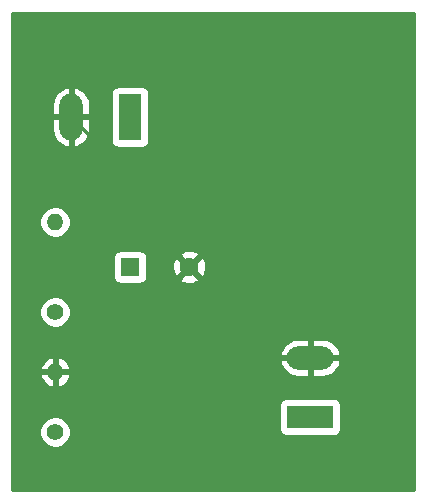
<source format=gbl>
G04 #@! TF.GenerationSoftware,KiCad,Pcbnew,(5.1.9)-1*
G04 #@! TF.CreationDate,2021-05-12T12:10:18-07:00*
G04 #@! TF.ProjectId,Senior Project - Second Board,53656e69-6f72-4205-9072-6f6a65637420,rev?*
G04 #@! TF.SameCoordinates,Original*
G04 #@! TF.FileFunction,Copper,L2,Bot*
G04 #@! TF.FilePolarity,Positive*
%FSLAX46Y46*%
G04 Gerber Fmt 4.6, Leading zero omitted, Abs format (unit mm)*
G04 Created by KiCad (PCBNEW (5.1.9)-1) date 2021-05-12 12:10:18*
%MOMM*%
%LPD*%
G01*
G04 APERTURE LIST*
G04 #@! TA.AperFunction,ComponentPad*
%ADD10R,1.600000X1.600000*%
G04 #@! TD*
G04 #@! TA.AperFunction,ComponentPad*
%ADD11C,1.600000*%
G04 #@! TD*
G04 #@! TA.AperFunction,ComponentPad*
%ADD12R,3.960000X1.980000*%
G04 #@! TD*
G04 #@! TA.AperFunction,ComponentPad*
%ADD13O,3.960000X1.980000*%
G04 #@! TD*
G04 #@! TA.AperFunction,ComponentPad*
%ADD14O,1.980000X3.960000*%
G04 #@! TD*
G04 #@! TA.AperFunction,ComponentPad*
%ADD15R,1.980000X3.960000*%
G04 #@! TD*
G04 #@! TA.AperFunction,ComponentPad*
%ADD16C,1.400000*%
G04 #@! TD*
G04 #@! TA.AperFunction,ComponentPad*
%ADD17O,1.400000X1.400000*%
G04 #@! TD*
G04 #@! TA.AperFunction,ViaPad*
%ADD18C,0.800000*%
G04 #@! TD*
G04 #@! TA.AperFunction,Conductor*
%ADD19C,0.250000*%
G04 #@! TD*
G04 #@! TA.AperFunction,Conductor*
%ADD20C,0.254000*%
G04 #@! TD*
G04 #@! TA.AperFunction,Conductor*
%ADD21C,0.100000*%
G04 #@! TD*
G04 APERTURE END LIST*
D10*
X134620000Y-95250000D03*
D11*
X139620000Y-95250000D03*
D12*
X149860000Y-107950000D03*
D13*
X149860000Y-102950000D03*
D14*
X129620000Y-82550000D03*
D15*
X134620000Y-82550000D03*
D16*
X128270000Y-99060000D03*
D17*
X128270000Y-91440000D03*
D16*
X128270000Y-109220000D03*
D17*
X128270000Y-104140000D03*
D18*
X134620000Y-90170000D03*
D19*
X134620000Y-87550000D02*
X129620000Y-82550000D01*
X134620000Y-90170000D02*
X134620000Y-87550000D01*
D20*
X158623000Y-114173000D02*
X124587000Y-114173000D01*
X124587000Y-109088514D01*
X126935000Y-109088514D01*
X126935000Y-109351486D01*
X126986304Y-109609405D01*
X127086939Y-109852359D01*
X127233038Y-110071013D01*
X127418987Y-110256962D01*
X127637641Y-110403061D01*
X127880595Y-110503696D01*
X128138514Y-110555000D01*
X128401486Y-110555000D01*
X128659405Y-110503696D01*
X128902359Y-110403061D01*
X129121013Y-110256962D01*
X129306962Y-110071013D01*
X129453061Y-109852359D01*
X129553696Y-109609405D01*
X129605000Y-109351486D01*
X129605000Y-109088514D01*
X129553696Y-108830595D01*
X129453061Y-108587641D01*
X129306962Y-108368987D01*
X129121013Y-108183038D01*
X128902359Y-108036939D01*
X128659405Y-107936304D01*
X128401486Y-107885000D01*
X128138514Y-107885000D01*
X127880595Y-107936304D01*
X127637641Y-108036939D01*
X127418987Y-108183038D01*
X127233038Y-108368987D01*
X127086939Y-108587641D01*
X126986304Y-108830595D01*
X126935000Y-109088514D01*
X124587000Y-109088514D01*
X124587000Y-106960000D01*
X147241928Y-106960000D01*
X147241928Y-108940000D01*
X147254188Y-109064482D01*
X147290498Y-109184180D01*
X147349463Y-109294494D01*
X147428815Y-109391185D01*
X147525506Y-109470537D01*
X147635820Y-109529502D01*
X147755518Y-109565812D01*
X147880000Y-109578072D01*
X151840000Y-109578072D01*
X151964482Y-109565812D01*
X152084180Y-109529502D01*
X152194494Y-109470537D01*
X152291185Y-109391185D01*
X152370537Y-109294494D01*
X152429502Y-109184180D01*
X152465812Y-109064482D01*
X152478072Y-108940000D01*
X152478072Y-106960000D01*
X152465812Y-106835518D01*
X152429502Y-106715820D01*
X152370537Y-106605506D01*
X152291185Y-106508815D01*
X152194494Y-106429463D01*
X152084180Y-106370498D01*
X151964482Y-106334188D01*
X151840000Y-106321928D01*
X147880000Y-106321928D01*
X147755518Y-106334188D01*
X147635820Y-106370498D01*
X147525506Y-106429463D01*
X147428815Y-106508815D01*
X147349463Y-106605506D01*
X147290498Y-106715820D01*
X147254188Y-106835518D01*
X147241928Y-106960000D01*
X124587000Y-106960000D01*
X124587000Y-104473330D01*
X126977278Y-104473330D01*
X127067147Y-104719123D01*
X127203241Y-104942660D01*
X127380330Y-105135351D01*
X127591608Y-105289792D01*
X127828956Y-105400047D01*
X127936671Y-105432716D01*
X128143000Y-105309374D01*
X128143000Y-104267000D01*
X128397000Y-104267000D01*
X128397000Y-105309374D01*
X128603329Y-105432716D01*
X128711044Y-105400047D01*
X128948392Y-105289792D01*
X129159670Y-105135351D01*
X129336759Y-104942660D01*
X129472853Y-104719123D01*
X129562722Y-104473330D01*
X129440201Y-104267000D01*
X128397000Y-104267000D01*
X128143000Y-104267000D01*
X127099799Y-104267000D01*
X126977278Y-104473330D01*
X124587000Y-104473330D01*
X124587000Y-103806670D01*
X126977278Y-103806670D01*
X127099799Y-104013000D01*
X128143000Y-104013000D01*
X128143000Y-102970626D01*
X128397000Y-102970626D01*
X128397000Y-104013000D01*
X129440201Y-104013000D01*
X129562722Y-103806670D01*
X129472853Y-103560877D01*
X129336759Y-103337340D01*
X129328971Y-103328865D01*
X147289782Y-103328865D01*
X147320095Y-103454528D01*
X147448304Y-103747205D01*
X147631148Y-104009246D01*
X147861601Y-104230581D01*
X148130806Y-104402704D01*
X148428418Y-104519000D01*
X148743000Y-104575000D01*
X149733000Y-104575000D01*
X149733000Y-103077000D01*
X149987000Y-103077000D01*
X149987000Y-104575000D01*
X150977000Y-104575000D01*
X151291582Y-104519000D01*
X151589194Y-104402704D01*
X151858399Y-104230581D01*
X152088852Y-104009246D01*
X152271696Y-103747205D01*
X152399905Y-103454528D01*
X152430218Y-103328865D01*
X152310740Y-103077000D01*
X149987000Y-103077000D01*
X149733000Y-103077000D01*
X147409260Y-103077000D01*
X147289782Y-103328865D01*
X129328971Y-103328865D01*
X129159670Y-103144649D01*
X128948392Y-102990208D01*
X128711044Y-102879953D01*
X128603329Y-102847284D01*
X128397000Y-102970626D01*
X128143000Y-102970626D01*
X127936671Y-102847284D01*
X127828956Y-102879953D01*
X127591608Y-102990208D01*
X127380330Y-103144649D01*
X127203241Y-103337340D01*
X127067147Y-103560877D01*
X126977278Y-103806670D01*
X124587000Y-103806670D01*
X124587000Y-102571135D01*
X147289782Y-102571135D01*
X147409260Y-102823000D01*
X149733000Y-102823000D01*
X149733000Y-101325000D01*
X149987000Y-101325000D01*
X149987000Y-102823000D01*
X152310740Y-102823000D01*
X152430218Y-102571135D01*
X152399905Y-102445472D01*
X152271696Y-102152795D01*
X152088852Y-101890754D01*
X151858399Y-101669419D01*
X151589194Y-101497296D01*
X151291582Y-101381000D01*
X150977000Y-101325000D01*
X149987000Y-101325000D01*
X149733000Y-101325000D01*
X148743000Y-101325000D01*
X148428418Y-101381000D01*
X148130806Y-101497296D01*
X147861601Y-101669419D01*
X147631148Y-101890754D01*
X147448304Y-102152795D01*
X147320095Y-102445472D01*
X147289782Y-102571135D01*
X124587000Y-102571135D01*
X124587000Y-98928514D01*
X126935000Y-98928514D01*
X126935000Y-99191486D01*
X126986304Y-99449405D01*
X127086939Y-99692359D01*
X127233038Y-99911013D01*
X127418987Y-100096962D01*
X127637641Y-100243061D01*
X127880595Y-100343696D01*
X128138514Y-100395000D01*
X128401486Y-100395000D01*
X128659405Y-100343696D01*
X128902359Y-100243061D01*
X129121013Y-100096962D01*
X129306962Y-99911013D01*
X129453061Y-99692359D01*
X129553696Y-99449405D01*
X129605000Y-99191486D01*
X129605000Y-98928514D01*
X129553696Y-98670595D01*
X129453061Y-98427641D01*
X129306962Y-98208987D01*
X129121013Y-98023038D01*
X128902359Y-97876939D01*
X128659405Y-97776304D01*
X128401486Y-97725000D01*
X128138514Y-97725000D01*
X127880595Y-97776304D01*
X127637641Y-97876939D01*
X127418987Y-98023038D01*
X127233038Y-98208987D01*
X127086939Y-98427641D01*
X126986304Y-98670595D01*
X126935000Y-98928514D01*
X124587000Y-98928514D01*
X124587000Y-94450000D01*
X133181928Y-94450000D01*
X133181928Y-96050000D01*
X133194188Y-96174482D01*
X133230498Y-96294180D01*
X133289463Y-96404494D01*
X133368815Y-96501185D01*
X133465506Y-96580537D01*
X133575820Y-96639502D01*
X133695518Y-96675812D01*
X133820000Y-96688072D01*
X135420000Y-96688072D01*
X135544482Y-96675812D01*
X135664180Y-96639502D01*
X135774494Y-96580537D01*
X135871185Y-96501185D01*
X135950537Y-96404494D01*
X136009502Y-96294180D01*
X136025117Y-96242702D01*
X138806903Y-96242702D01*
X138878486Y-96486671D01*
X139133996Y-96607571D01*
X139408184Y-96676300D01*
X139690512Y-96690217D01*
X139970130Y-96648787D01*
X140236292Y-96553603D01*
X140361514Y-96486671D01*
X140433097Y-96242702D01*
X139620000Y-95429605D01*
X138806903Y-96242702D01*
X136025117Y-96242702D01*
X136045812Y-96174482D01*
X136058072Y-96050000D01*
X136058072Y-95320512D01*
X138179783Y-95320512D01*
X138221213Y-95600130D01*
X138316397Y-95866292D01*
X138383329Y-95991514D01*
X138627298Y-96063097D01*
X139440395Y-95250000D01*
X139799605Y-95250000D01*
X140612702Y-96063097D01*
X140856671Y-95991514D01*
X140977571Y-95736004D01*
X141046300Y-95461816D01*
X141060217Y-95179488D01*
X141018787Y-94899870D01*
X140923603Y-94633708D01*
X140856671Y-94508486D01*
X140612702Y-94436903D01*
X139799605Y-95250000D01*
X139440395Y-95250000D01*
X138627298Y-94436903D01*
X138383329Y-94508486D01*
X138262429Y-94763996D01*
X138193700Y-95038184D01*
X138179783Y-95320512D01*
X136058072Y-95320512D01*
X136058072Y-94450000D01*
X136045812Y-94325518D01*
X136025118Y-94257298D01*
X138806903Y-94257298D01*
X139620000Y-95070395D01*
X140433097Y-94257298D01*
X140361514Y-94013329D01*
X140106004Y-93892429D01*
X139831816Y-93823700D01*
X139549488Y-93809783D01*
X139269870Y-93851213D01*
X139003708Y-93946397D01*
X138878486Y-94013329D01*
X138806903Y-94257298D01*
X136025118Y-94257298D01*
X136009502Y-94205820D01*
X135950537Y-94095506D01*
X135871185Y-93998815D01*
X135774494Y-93919463D01*
X135664180Y-93860498D01*
X135544482Y-93824188D01*
X135420000Y-93811928D01*
X133820000Y-93811928D01*
X133695518Y-93824188D01*
X133575820Y-93860498D01*
X133465506Y-93919463D01*
X133368815Y-93998815D01*
X133289463Y-94095506D01*
X133230498Y-94205820D01*
X133194188Y-94325518D01*
X133181928Y-94450000D01*
X124587000Y-94450000D01*
X124587000Y-91308514D01*
X126935000Y-91308514D01*
X126935000Y-91571486D01*
X126986304Y-91829405D01*
X127086939Y-92072359D01*
X127233038Y-92291013D01*
X127418987Y-92476962D01*
X127637641Y-92623061D01*
X127880595Y-92723696D01*
X128138514Y-92775000D01*
X128401486Y-92775000D01*
X128659405Y-92723696D01*
X128902359Y-92623061D01*
X129121013Y-92476962D01*
X129306962Y-92291013D01*
X129453061Y-92072359D01*
X129553696Y-91829405D01*
X129605000Y-91571486D01*
X129605000Y-91308514D01*
X129553696Y-91050595D01*
X129453061Y-90807641D01*
X129306962Y-90588987D01*
X129121013Y-90403038D01*
X128902359Y-90256939D01*
X128659405Y-90156304D01*
X128401486Y-90105000D01*
X128138514Y-90105000D01*
X127880595Y-90156304D01*
X127637641Y-90256939D01*
X127418987Y-90403038D01*
X127233038Y-90588987D01*
X127086939Y-90807641D01*
X126986304Y-91050595D01*
X126935000Y-91308514D01*
X124587000Y-91308514D01*
X124587000Y-82677000D01*
X127995000Y-82677000D01*
X127995000Y-83667000D01*
X128051000Y-83981582D01*
X128167296Y-84279194D01*
X128339419Y-84548399D01*
X128560754Y-84778852D01*
X128822795Y-84961696D01*
X129115472Y-85089905D01*
X129241135Y-85120218D01*
X129493000Y-85000740D01*
X129493000Y-82677000D01*
X129747000Y-82677000D01*
X129747000Y-85000740D01*
X129998865Y-85120218D01*
X130124528Y-85089905D01*
X130417205Y-84961696D01*
X130679246Y-84778852D01*
X130900581Y-84548399D01*
X131072704Y-84279194D01*
X131189000Y-83981582D01*
X131245000Y-83667000D01*
X131245000Y-82677000D01*
X129747000Y-82677000D01*
X129493000Y-82677000D01*
X127995000Y-82677000D01*
X124587000Y-82677000D01*
X124587000Y-81433000D01*
X127995000Y-81433000D01*
X127995000Y-82423000D01*
X129493000Y-82423000D01*
X129493000Y-80099260D01*
X129747000Y-80099260D01*
X129747000Y-82423000D01*
X131245000Y-82423000D01*
X131245000Y-81433000D01*
X131189000Y-81118418D01*
X131072704Y-80820806D01*
X130912345Y-80570000D01*
X132991928Y-80570000D01*
X132991928Y-84530000D01*
X133004188Y-84654482D01*
X133040498Y-84774180D01*
X133099463Y-84884494D01*
X133178815Y-84981185D01*
X133275506Y-85060537D01*
X133385820Y-85119502D01*
X133505518Y-85155812D01*
X133630000Y-85168072D01*
X135610000Y-85168072D01*
X135734482Y-85155812D01*
X135854180Y-85119502D01*
X135964494Y-85060537D01*
X136061185Y-84981185D01*
X136140537Y-84884494D01*
X136199502Y-84774180D01*
X136235812Y-84654482D01*
X136248072Y-84530000D01*
X136248072Y-80570000D01*
X136235812Y-80445518D01*
X136199502Y-80325820D01*
X136140537Y-80215506D01*
X136061185Y-80118815D01*
X135964494Y-80039463D01*
X135854180Y-79980498D01*
X135734482Y-79944188D01*
X135610000Y-79931928D01*
X133630000Y-79931928D01*
X133505518Y-79944188D01*
X133385820Y-79980498D01*
X133275506Y-80039463D01*
X133178815Y-80118815D01*
X133099463Y-80215506D01*
X133040498Y-80325820D01*
X133004188Y-80445518D01*
X132991928Y-80570000D01*
X130912345Y-80570000D01*
X130900581Y-80551601D01*
X130679246Y-80321148D01*
X130417205Y-80138304D01*
X130124528Y-80010095D01*
X129998865Y-79979782D01*
X129747000Y-80099260D01*
X129493000Y-80099260D01*
X129241135Y-79979782D01*
X129115472Y-80010095D01*
X128822795Y-80138304D01*
X128560754Y-80321148D01*
X128339419Y-80551601D01*
X128167296Y-80820806D01*
X128051000Y-81118418D01*
X127995000Y-81433000D01*
X124587000Y-81433000D01*
X124587000Y-73787000D01*
X158623000Y-73787000D01*
X158623000Y-114173000D01*
G04 #@! TA.AperFunction,Conductor*
D21*
G36*
X158623000Y-114173000D02*
G01*
X124587000Y-114173000D01*
X124587000Y-109088514D01*
X126935000Y-109088514D01*
X126935000Y-109351486D01*
X126986304Y-109609405D01*
X127086939Y-109852359D01*
X127233038Y-110071013D01*
X127418987Y-110256962D01*
X127637641Y-110403061D01*
X127880595Y-110503696D01*
X128138514Y-110555000D01*
X128401486Y-110555000D01*
X128659405Y-110503696D01*
X128902359Y-110403061D01*
X129121013Y-110256962D01*
X129306962Y-110071013D01*
X129453061Y-109852359D01*
X129553696Y-109609405D01*
X129605000Y-109351486D01*
X129605000Y-109088514D01*
X129553696Y-108830595D01*
X129453061Y-108587641D01*
X129306962Y-108368987D01*
X129121013Y-108183038D01*
X128902359Y-108036939D01*
X128659405Y-107936304D01*
X128401486Y-107885000D01*
X128138514Y-107885000D01*
X127880595Y-107936304D01*
X127637641Y-108036939D01*
X127418987Y-108183038D01*
X127233038Y-108368987D01*
X127086939Y-108587641D01*
X126986304Y-108830595D01*
X126935000Y-109088514D01*
X124587000Y-109088514D01*
X124587000Y-106960000D01*
X147241928Y-106960000D01*
X147241928Y-108940000D01*
X147254188Y-109064482D01*
X147290498Y-109184180D01*
X147349463Y-109294494D01*
X147428815Y-109391185D01*
X147525506Y-109470537D01*
X147635820Y-109529502D01*
X147755518Y-109565812D01*
X147880000Y-109578072D01*
X151840000Y-109578072D01*
X151964482Y-109565812D01*
X152084180Y-109529502D01*
X152194494Y-109470537D01*
X152291185Y-109391185D01*
X152370537Y-109294494D01*
X152429502Y-109184180D01*
X152465812Y-109064482D01*
X152478072Y-108940000D01*
X152478072Y-106960000D01*
X152465812Y-106835518D01*
X152429502Y-106715820D01*
X152370537Y-106605506D01*
X152291185Y-106508815D01*
X152194494Y-106429463D01*
X152084180Y-106370498D01*
X151964482Y-106334188D01*
X151840000Y-106321928D01*
X147880000Y-106321928D01*
X147755518Y-106334188D01*
X147635820Y-106370498D01*
X147525506Y-106429463D01*
X147428815Y-106508815D01*
X147349463Y-106605506D01*
X147290498Y-106715820D01*
X147254188Y-106835518D01*
X147241928Y-106960000D01*
X124587000Y-106960000D01*
X124587000Y-104473330D01*
X126977278Y-104473330D01*
X127067147Y-104719123D01*
X127203241Y-104942660D01*
X127380330Y-105135351D01*
X127591608Y-105289792D01*
X127828956Y-105400047D01*
X127936671Y-105432716D01*
X128143000Y-105309374D01*
X128143000Y-104267000D01*
X128397000Y-104267000D01*
X128397000Y-105309374D01*
X128603329Y-105432716D01*
X128711044Y-105400047D01*
X128948392Y-105289792D01*
X129159670Y-105135351D01*
X129336759Y-104942660D01*
X129472853Y-104719123D01*
X129562722Y-104473330D01*
X129440201Y-104267000D01*
X128397000Y-104267000D01*
X128143000Y-104267000D01*
X127099799Y-104267000D01*
X126977278Y-104473330D01*
X124587000Y-104473330D01*
X124587000Y-103806670D01*
X126977278Y-103806670D01*
X127099799Y-104013000D01*
X128143000Y-104013000D01*
X128143000Y-102970626D01*
X128397000Y-102970626D01*
X128397000Y-104013000D01*
X129440201Y-104013000D01*
X129562722Y-103806670D01*
X129472853Y-103560877D01*
X129336759Y-103337340D01*
X129328971Y-103328865D01*
X147289782Y-103328865D01*
X147320095Y-103454528D01*
X147448304Y-103747205D01*
X147631148Y-104009246D01*
X147861601Y-104230581D01*
X148130806Y-104402704D01*
X148428418Y-104519000D01*
X148743000Y-104575000D01*
X149733000Y-104575000D01*
X149733000Y-103077000D01*
X149987000Y-103077000D01*
X149987000Y-104575000D01*
X150977000Y-104575000D01*
X151291582Y-104519000D01*
X151589194Y-104402704D01*
X151858399Y-104230581D01*
X152088852Y-104009246D01*
X152271696Y-103747205D01*
X152399905Y-103454528D01*
X152430218Y-103328865D01*
X152310740Y-103077000D01*
X149987000Y-103077000D01*
X149733000Y-103077000D01*
X147409260Y-103077000D01*
X147289782Y-103328865D01*
X129328971Y-103328865D01*
X129159670Y-103144649D01*
X128948392Y-102990208D01*
X128711044Y-102879953D01*
X128603329Y-102847284D01*
X128397000Y-102970626D01*
X128143000Y-102970626D01*
X127936671Y-102847284D01*
X127828956Y-102879953D01*
X127591608Y-102990208D01*
X127380330Y-103144649D01*
X127203241Y-103337340D01*
X127067147Y-103560877D01*
X126977278Y-103806670D01*
X124587000Y-103806670D01*
X124587000Y-102571135D01*
X147289782Y-102571135D01*
X147409260Y-102823000D01*
X149733000Y-102823000D01*
X149733000Y-101325000D01*
X149987000Y-101325000D01*
X149987000Y-102823000D01*
X152310740Y-102823000D01*
X152430218Y-102571135D01*
X152399905Y-102445472D01*
X152271696Y-102152795D01*
X152088852Y-101890754D01*
X151858399Y-101669419D01*
X151589194Y-101497296D01*
X151291582Y-101381000D01*
X150977000Y-101325000D01*
X149987000Y-101325000D01*
X149733000Y-101325000D01*
X148743000Y-101325000D01*
X148428418Y-101381000D01*
X148130806Y-101497296D01*
X147861601Y-101669419D01*
X147631148Y-101890754D01*
X147448304Y-102152795D01*
X147320095Y-102445472D01*
X147289782Y-102571135D01*
X124587000Y-102571135D01*
X124587000Y-98928514D01*
X126935000Y-98928514D01*
X126935000Y-99191486D01*
X126986304Y-99449405D01*
X127086939Y-99692359D01*
X127233038Y-99911013D01*
X127418987Y-100096962D01*
X127637641Y-100243061D01*
X127880595Y-100343696D01*
X128138514Y-100395000D01*
X128401486Y-100395000D01*
X128659405Y-100343696D01*
X128902359Y-100243061D01*
X129121013Y-100096962D01*
X129306962Y-99911013D01*
X129453061Y-99692359D01*
X129553696Y-99449405D01*
X129605000Y-99191486D01*
X129605000Y-98928514D01*
X129553696Y-98670595D01*
X129453061Y-98427641D01*
X129306962Y-98208987D01*
X129121013Y-98023038D01*
X128902359Y-97876939D01*
X128659405Y-97776304D01*
X128401486Y-97725000D01*
X128138514Y-97725000D01*
X127880595Y-97776304D01*
X127637641Y-97876939D01*
X127418987Y-98023038D01*
X127233038Y-98208987D01*
X127086939Y-98427641D01*
X126986304Y-98670595D01*
X126935000Y-98928514D01*
X124587000Y-98928514D01*
X124587000Y-94450000D01*
X133181928Y-94450000D01*
X133181928Y-96050000D01*
X133194188Y-96174482D01*
X133230498Y-96294180D01*
X133289463Y-96404494D01*
X133368815Y-96501185D01*
X133465506Y-96580537D01*
X133575820Y-96639502D01*
X133695518Y-96675812D01*
X133820000Y-96688072D01*
X135420000Y-96688072D01*
X135544482Y-96675812D01*
X135664180Y-96639502D01*
X135774494Y-96580537D01*
X135871185Y-96501185D01*
X135950537Y-96404494D01*
X136009502Y-96294180D01*
X136025117Y-96242702D01*
X138806903Y-96242702D01*
X138878486Y-96486671D01*
X139133996Y-96607571D01*
X139408184Y-96676300D01*
X139690512Y-96690217D01*
X139970130Y-96648787D01*
X140236292Y-96553603D01*
X140361514Y-96486671D01*
X140433097Y-96242702D01*
X139620000Y-95429605D01*
X138806903Y-96242702D01*
X136025117Y-96242702D01*
X136045812Y-96174482D01*
X136058072Y-96050000D01*
X136058072Y-95320512D01*
X138179783Y-95320512D01*
X138221213Y-95600130D01*
X138316397Y-95866292D01*
X138383329Y-95991514D01*
X138627298Y-96063097D01*
X139440395Y-95250000D01*
X139799605Y-95250000D01*
X140612702Y-96063097D01*
X140856671Y-95991514D01*
X140977571Y-95736004D01*
X141046300Y-95461816D01*
X141060217Y-95179488D01*
X141018787Y-94899870D01*
X140923603Y-94633708D01*
X140856671Y-94508486D01*
X140612702Y-94436903D01*
X139799605Y-95250000D01*
X139440395Y-95250000D01*
X138627298Y-94436903D01*
X138383329Y-94508486D01*
X138262429Y-94763996D01*
X138193700Y-95038184D01*
X138179783Y-95320512D01*
X136058072Y-95320512D01*
X136058072Y-94450000D01*
X136045812Y-94325518D01*
X136025118Y-94257298D01*
X138806903Y-94257298D01*
X139620000Y-95070395D01*
X140433097Y-94257298D01*
X140361514Y-94013329D01*
X140106004Y-93892429D01*
X139831816Y-93823700D01*
X139549488Y-93809783D01*
X139269870Y-93851213D01*
X139003708Y-93946397D01*
X138878486Y-94013329D01*
X138806903Y-94257298D01*
X136025118Y-94257298D01*
X136009502Y-94205820D01*
X135950537Y-94095506D01*
X135871185Y-93998815D01*
X135774494Y-93919463D01*
X135664180Y-93860498D01*
X135544482Y-93824188D01*
X135420000Y-93811928D01*
X133820000Y-93811928D01*
X133695518Y-93824188D01*
X133575820Y-93860498D01*
X133465506Y-93919463D01*
X133368815Y-93998815D01*
X133289463Y-94095506D01*
X133230498Y-94205820D01*
X133194188Y-94325518D01*
X133181928Y-94450000D01*
X124587000Y-94450000D01*
X124587000Y-91308514D01*
X126935000Y-91308514D01*
X126935000Y-91571486D01*
X126986304Y-91829405D01*
X127086939Y-92072359D01*
X127233038Y-92291013D01*
X127418987Y-92476962D01*
X127637641Y-92623061D01*
X127880595Y-92723696D01*
X128138514Y-92775000D01*
X128401486Y-92775000D01*
X128659405Y-92723696D01*
X128902359Y-92623061D01*
X129121013Y-92476962D01*
X129306962Y-92291013D01*
X129453061Y-92072359D01*
X129553696Y-91829405D01*
X129605000Y-91571486D01*
X129605000Y-91308514D01*
X129553696Y-91050595D01*
X129453061Y-90807641D01*
X129306962Y-90588987D01*
X129121013Y-90403038D01*
X128902359Y-90256939D01*
X128659405Y-90156304D01*
X128401486Y-90105000D01*
X128138514Y-90105000D01*
X127880595Y-90156304D01*
X127637641Y-90256939D01*
X127418987Y-90403038D01*
X127233038Y-90588987D01*
X127086939Y-90807641D01*
X126986304Y-91050595D01*
X126935000Y-91308514D01*
X124587000Y-91308514D01*
X124587000Y-82677000D01*
X127995000Y-82677000D01*
X127995000Y-83667000D01*
X128051000Y-83981582D01*
X128167296Y-84279194D01*
X128339419Y-84548399D01*
X128560754Y-84778852D01*
X128822795Y-84961696D01*
X129115472Y-85089905D01*
X129241135Y-85120218D01*
X129493000Y-85000740D01*
X129493000Y-82677000D01*
X129747000Y-82677000D01*
X129747000Y-85000740D01*
X129998865Y-85120218D01*
X130124528Y-85089905D01*
X130417205Y-84961696D01*
X130679246Y-84778852D01*
X130900581Y-84548399D01*
X131072704Y-84279194D01*
X131189000Y-83981582D01*
X131245000Y-83667000D01*
X131245000Y-82677000D01*
X129747000Y-82677000D01*
X129493000Y-82677000D01*
X127995000Y-82677000D01*
X124587000Y-82677000D01*
X124587000Y-81433000D01*
X127995000Y-81433000D01*
X127995000Y-82423000D01*
X129493000Y-82423000D01*
X129493000Y-80099260D01*
X129747000Y-80099260D01*
X129747000Y-82423000D01*
X131245000Y-82423000D01*
X131245000Y-81433000D01*
X131189000Y-81118418D01*
X131072704Y-80820806D01*
X130912345Y-80570000D01*
X132991928Y-80570000D01*
X132991928Y-84530000D01*
X133004188Y-84654482D01*
X133040498Y-84774180D01*
X133099463Y-84884494D01*
X133178815Y-84981185D01*
X133275506Y-85060537D01*
X133385820Y-85119502D01*
X133505518Y-85155812D01*
X133630000Y-85168072D01*
X135610000Y-85168072D01*
X135734482Y-85155812D01*
X135854180Y-85119502D01*
X135964494Y-85060537D01*
X136061185Y-84981185D01*
X136140537Y-84884494D01*
X136199502Y-84774180D01*
X136235812Y-84654482D01*
X136248072Y-84530000D01*
X136248072Y-80570000D01*
X136235812Y-80445518D01*
X136199502Y-80325820D01*
X136140537Y-80215506D01*
X136061185Y-80118815D01*
X135964494Y-80039463D01*
X135854180Y-79980498D01*
X135734482Y-79944188D01*
X135610000Y-79931928D01*
X133630000Y-79931928D01*
X133505518Y-79944188D01*
X133385820Y-79980498D01*
X133275506Y-80039463D01*
X133178815Y-80118815D01*
X133099463Y-80215506D01*
X133040498Y-80325820D01*
X133004188Y-80445518D01*
X132991928Y-80570000D01*
X130912345Y-80570000D01*
X130900581Y-80551601D01*
X130679246Y-80321148D01*
X130417205Y-80138304D01*
X130124528Y-80010095D01*
X129998865Y-79979782D01*
X129747000Y-80099260D01*
X129493000Y-80099260D01*
X129241135Y-79979782D01*
X129115472Y-80010095D01*
X128822795Y-80138304D01*
X128560754Y-80321148D01*
X128339419Y-80551601D01*
X128167296Y-80820806D01*
X128051000Y-81118418D01*
X127995000Y-81433000D01*
X124587000Y-81433000D01*
X124587000Y-73787000D01*
X158623000Y-73787000D01*
X158623000Y-114173000D01*
G37*
G04 #@! TD.AperFunction*
M02*

</source>
